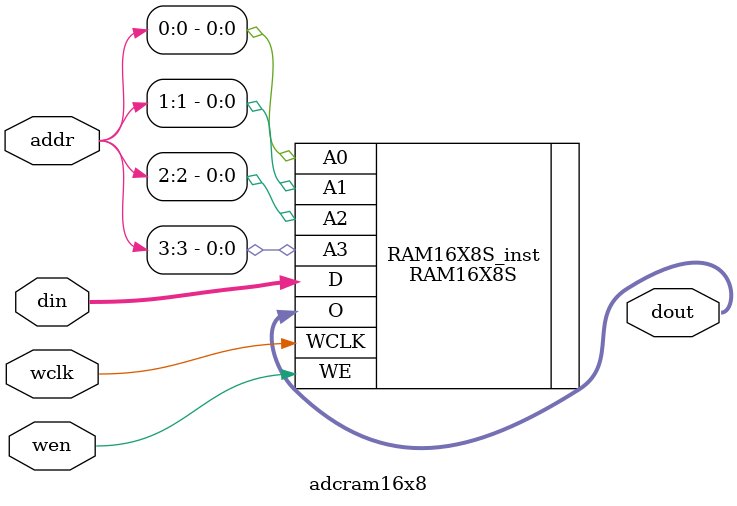
<source format=v>

`define IDLE         2'h0
`define GETSMPL      2'h1
`define SNDRPLY      2'h2


module adc12(clk,rdwr,strobe,our_addr,addr,busy_in,busy_out,
       addr_match_in,addr_match_out,datin,datout,n100clk,m1clk,
       mosi,a,b,miso);
    input  clk;              // system clock
    input  rdwr;             // direction of this transfer. Read=1; Write=0
    input  strobe;           // true on full valid command
    input  [3:0] our_addr;   // high byte of our assigned address
    input  [11:0] addr;      // address of target peripheral
    input  busy_in;          // ==1 if a previous peripheral is busy
    output busy_out;         // ==our busy state if our address, pass through otherwise
    input  addr_match_in;    // ==1 if a previous peripheral claims the address
    output addr_match_out;   // ==1 if we claim the above address, pass through otherwise
    input  [7:0] datin ;     // Data INto the peripheral;
    output [7:0] datout ;    // Data OUTput from the peripheral, = datin if not us.
    input  n100clk;          // 100 nanosecond clock pulse
    input  m1clk;            // 1 millisecond clock pulse
    output mosi;             // SPI Master Out / Slave In
    output a;                // Encoded SCK/CS strobe
    output b;                // Encoded SCK/CS strobe
    input  miso;             // SPI Master In / Slave Out
 
    wire   myaddr;           // ==1 if a correct read/write on our address
    wire   [7:0] dout;       // RAM output lines
    wire   [3:0] raddr;      // RAM address lines
    wire   [7:0] din;        // RAM input lines
    wire   wclk;             // RAM write clock
    wire   wen;              // RAM write enable
    reg    meta;             // Used to bring miso into our clock domain
    reg    [7:0] smplrate;   // Sample rate in milliseconds input or not (zero indexed)
    reg    [7:0] ratediv;    // Sample rate counter/divider
    reg    [7:0] differ;     // Specifies whether to use single ended or differential ADC
    reg    [1:0] state;      // idle, getting samples, waiting to send samples
    reg    [2:0] smplinx;    // Which sample we're reading
    reg    [4:0] bitinx;     // Which bit of smplinx we reading/writing
    reg    [2:0] espiinx;    // Which substate of an espi bit we're in

    initial
    begin
        smplrate = 249;      // Send samples up every 250 milliseconds
        ratediv = 0;
        differ = 0;
        state = `IDLE;
    end


    // Register array in RAM
    adcram16x8 adcram(dout,raddr,din,wclk,wen);

    always @(posedge clk)
    begin
        // Bring MISO into our clock domain
        meta <= miso;

        // Handle write and read requests from the host
        if (strobe & myaddr & ~rdwr)  // latch data on a write
        begin
            if (addr[4:0] == 16)
            begin
                smplrate <= datin[7:0];
            end
            else if (addr[4:0] == 17)
            begin
                differ <= datin[7:0];
            end
        end
        else if (strobe & myaddr & (state == `SNDRPLY))  // back to idle after the reply pkt read
        begin
            state <= `IDLE;
        end

        // Increment sample timer and switch state if time to sample
        else if (m1clk)
        begin
            if (ratediv == smplrate)
            begin
                ratediv <= 0;
                state <= `GETSMPL;
                smplinx <= 0;     // First ADC input
                bitinx  <= 0;     // First bit of first ADC input
                espiinx <= 0;     // First espi state is to output the chip select
            end
            else
                ratediv <= ratediv + 1;
        end

        // Do state machine to shift in/out the SPI data if getting smpl and on 10 MHz clk
        else if (n100clk  & (state == `GETSMPL))
        begin
            if (espiinx != 5)  // Done with espi bit?
                espiinx <= espiinx + 1;
            else
            begin
                espiinx <= 0;
                if (bitinx != 20)  // Done getting sample?
                    bitinx <= bitinx + 1;
                else
                begin
                    bitinx <= 0;
                    if (smplinx != 7)  // Done getting all 8 samples?
                        smplinx <= smplinx + 1;
                    else
                    begin
                        state <= `SNDRPLY;
                    end
                end
            end
        end 
    end

    // espi bit timing ....
    // PERIOD =  0    1    2    3    4    5    0
    //      a =    L    L    L    L   H    L    H
    //      b =    H    L    H    H   H    H    H
    //   mosi =    cs   cs   cs   b0  b0   b0   cs

    // MCP3304 bit timing ....
    // BIT TIME = 0   1   2   3   4   5   6   7   8   9   10  11  12  13  14  15  16  17  18  19  20  0
    //       cs =  1   0   0   0   0   0   0   0   0   0   0   0   0   0   0   0   0   0   0   0   0   1  
    //     mosi =  x   1   s/d  a2  a1  a0  x   x   x   x   x   x   x   x   x   x   x   x   x   x   x   x
    //     miso =  x   x   x    x   x   x   x   0   d12 d11 d10 d9  d8  d7  d6  d5  d4  d3  d2  d1  d0  x

    // Assign the outputs.
    assign a = (state == `GETSMPL) & (espiinx == 4);
    assign b = ~(espiinx == 1) & (state == `GETSMPL);
    assign mosi = (espiinx < 3) ? (bitinx == 0) :
                  (bitinx == 1) ? 1 :
                  (bitinx == 2) ? ~differ[smplinx] :
                  (bitinx == 3) ? smplinx[2] :
                  (bitinx == 4) ? smplinx[1] :
                  (bitinx == 5) ? smplinx[0] : 0;


    // Assign the RAM control lines
    assign wclk  = clk;
    assign wen   = (state == `GETSMPL) & (bitinx > 6) & (espiinx == 4); // latch while sck high
    assign din[0] = ((state == `GETSMPL) && ((bitinx == 20) || (bitinx == 12))) ? meta : dout[0];
    assign din[1] = ((state == `GETSMPL) && ((bitinx == 19) || (bitinx == 11))) ? meta : dout[1];
    assign din[2] = ((state == `GETSMPL) && ((bitinx == 18) || (bitinx == 10))) ? meta : dout[2];
    assign din[3] = ((state == `GETSMPL) && ((bitinx == 17) || (bitinx == 09))) ? meta : dout[3];
    assign din[4] = ((state == `GETSMPL) && ((bitinx == 16) || (bitinx == 08))) ? meta : dout[4];
    assign din[5] = ((state == `GETSMPL) && ((bitinx == 15) || (bitinx == 07))) ? meta : dout[5];
    assign din[6] = ((state == `GETSMPL) && ((bitinx == 14) || (bitinx == 06))) ? meta : dout[6];
    assign din[7] = ((state == `GETSMPL) && ((bitinx == 13) || (bitinx == 05))) ? meta : dout[7];
    assign raddr = (state == `GETSMPL) ? {smplinx[2:0],(bitinx > 12)} : addr[3:0];

    // Assign the bus control lines
    assign myaddr = (addr[11:8] == our_addr) && (addr[7:5] == 0);
    assign datout = (~myaddr) ? datin :
                    (~strobe & (state == `SNDRPLY)) ? 8'h10 :  // all replies have 16 bytes
                    (strobe) ? dout : 0 ; 
    assign busy_out = busy_in;
    assign addr_match_out = myaddr | addr_match_in;

endmodule


module adcram16x8(dout,addr,din,wclk,wen);
   output [7:0] dout;
   input  [3:0] addr;
   input  [7:0] din;
   input  wclk;
   input  wen;

   // RAM16X8S: 16 x 8 posedge write distributed (LUT) RAM
   //           Virtex-II/II-Pro
   // Xilinx HDL Language Template, version 10.1

   RAM16X8S #(
      .INIT_00(16'h0000), // INIT for bit 0 of RAM
      .INIT_01(16'h0000), // INIT for bit 1 of RAM
      .INIT_02(16'h0000), // INIT for bit 2 of RAM
      .INIT_03(16'h0000), // INIT for bit 3 of RAM
      .INIT_04(16'h0000), // INIT for bit 4 of RAM
      .INIT_05(16'h0000), // INIT for bit 5 of RAM
      .INIT_06(16'h0000), // INIT for bit 6 of RAM
      .INIT_07(16'h0000)  // INIT for bit 7 of RAM
   ) RAM16X8S_inst (
      .O(dout),           // 8-bit RAM data output
      .A0(addr[0]),       // RAM address[0] input
      .A1(addr[1]),       // RAM address[1] input
      .A2(addr[2]),       // RAM address[2] input
      .A3(addr[3]),       // RAM address[3] input
      .D(din),            // 8-bit RAM data input
      .WCLK(wclk),        // Write clock input
      .WE(wen)            // Write enable input
   );

   // End of RAM16X8S_inst instantiation

endmodule

</source>
